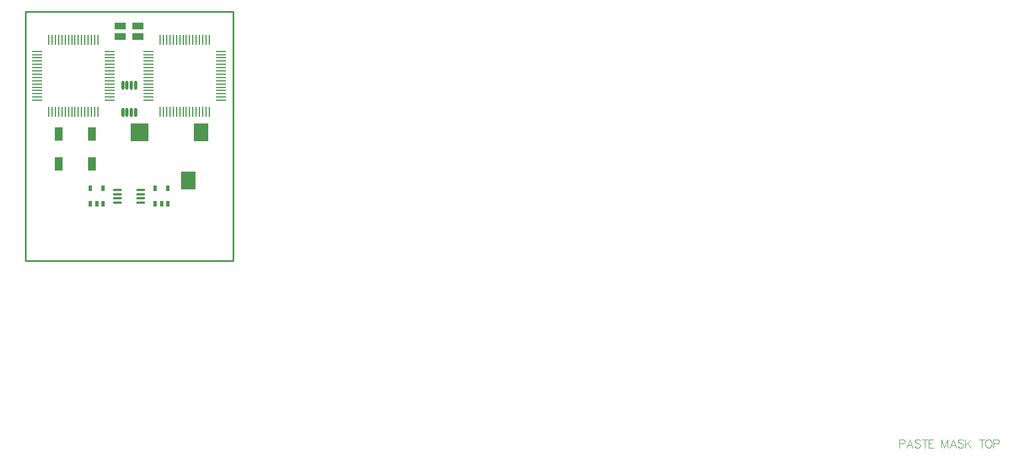
<source format=gtp>
%FSLAX25Y25*%
%MOIN*%
G70*
G01*
G75*
G04 Layer_Color=8421504*
%ADD10O,0.01772X0.05512*%
%ADD11R,0.05118X0.08268*%
%ADD12O,0.00984X0.06102*%
%ADD13O,0.06102X0.00984*%
%ADD14R,0.08661X0.11024*%
%ADD15R,0.11024X0.11024*%
%ADD16R,0.02362X0.03740*%
%ADD17O,0.05512X0.01378*%
%ADD18R,0.06693X0.04134*%
%ADD19C,0.03500*%
%ADD20C,0.02000*%
%ADD21C,0.01200*%
%ADD22C,0.00800*%
%ADD23C,0.01500*%
%ADD24C,0.01400*%
%ADD25C,0.01000*%
%ADD26C,0.00492*%
%ADD27C,0.00787*%
%ADD28C,0.06693*%
%ADD29R,0.06200X0.06200*%
%ADD30C,0.02000*%
%ADD31C,0.00984*%
%ADD32C,0.00100*%
%ADD33C,0.00394*%
%ADD34C,0.02500*%
%ADD35R,0.03937X0.04331*%
%ADD36R,0.04331X0.03937*%
%ADD37R,0.06000X0.05000*%
%ADD38R,0.05000X0.06000*%
%ADD39R,0.07087X0.05512*%
%ADD40R,0.05906X0.05118*%
%ADD41R,0.06200X0.06200*%
%ADD42C,0.06200*%
%ADD43C,0.03000*%
%ADD44C,0.04000*%
%ADD45R,0.03700X0.17300*%
D10*
X66339Y105571D02*
D03*
X63780D02*
D03*
X61220D02*
D03*
X58661D02*
D03*
X66339Y89429D02*
D03*
X63780D02*
D03*
X61220D02*
D03*
X58661D02*
D03*
D11*
X20200Y58390D02*
D03*
X40200D02*
D03*
X20200Y76500D02*
D03*
X40200D02*
D03*
D12*
X43764Y133152D02*
D03*
X41795D02*
D03*
X39827D02*
D03*
X37858D02*
D03*
X35890D02*
D03*
X33921D02*
D03*
X31953D02*
D03*
X29984D02*
D03*
X28016D02*
D03*
X26047D02*
D03*
X24079D02*
D03*
X22110D02*
D03*
X20142D02*
D03*
X18173D02*
D03*
X16205D02*
D03*
X14236D02*
D03*
Y89648D02*
D03*
X16205D02*
D03*
X18173D02*
D03*
X20142D02*
D03*
X22110D02*
D03*
X24079D02*
D03*
X26047D02*
D03*
X28016D02*
D03*
X29984D02*
D03*
X31953D02*
D03*
X33921D02*
D03*
X35890D02*
D03*
X37858D02*
D03*
X39827D02*
D03*
X41795D02*
D03*
X43764D02*
D03*
X110764Y133152D02*
D03*
X108795D02*
D03*
X106827D02*
D03*
X104858D02*
D03*
X102890D02*
D03*
X100921D02*
D03*
X98953D02*
D03*
X96984D02*
D03*
X95016D02*
D03*
X93047D02*
D03*
X91079D02*
D03*
X89110D02*
D03*
X87142D02*
D03*
X85173D02*
D03*
X83205D02*
D03*
X81236D02*
D03*
Y89648D02*
D03*
X83205D02*
D03*
X85173D02*
D03*
X87142D02*
D03*
X89110D02*
D03*
X91079D02*
D03*
X93047D02*
D03*
X95016D02*
D03*
X96984D02*
D03*
X98953D02*
D03*
X100921D02*
D03*
X102890D02*
D03*
X104858D02*
D03*
X106827D02*
D03*
X108795D02*
D03*
X110764D02*
D03*
D13*
X7248Y126164D02*
D03*
Y124195D02*
D03*
Y122227D02*
D03*
Y120258D02*
D03*
Y118290D02*
D03*
Y116321D02*
D03*
Y114353D02*
D03*
Y112384D02*
D03*
Y110416D02*
D03*
Y108447D02*
D03*
Y106479D02*
D03*
Y104510D02*
D03*
Y102542D02*
D03*
Y100573D02*
D03*
Y98605D02*
D03*
Y96636D02*
D03*
X50752D02*
D03*
Y98605D02*
D03*
Y100573D02*
D03*
Y102542D02*
D03*
Y104510D02*
D03*
Y106479D02*
D03*
Y108447D02*
D03*
Y110416D02*
D03*
Y112384D02*
D03*
Y114353D02*
D03*
Y116321D02*
D03*
Y118290D02*
D03*
Y120258D02*
D03*
Y122227D02*
D03*
Y124195D02*
D03*
Y126164D02*
D03*
X74248D02*
D03*
Y124195D02*
D03*
Y122227D02*
D03*
Y120258D02*
D03*
Y118290D02*
D03*
Y116321D02*
D03*
Y114353D02*
D03*
Y112384D02*
D03*
Y110416D02*
D03*
Y108447D02*
D03*
Y106479D02*
D03*
Y104510D02*
D03*
Y102542D02*
D03*
Y100573D02*
D03*
Y98605D02*
D03*
Y96636D02*
D03*
X117752D02*
D03*
Y98605D02*
D03*
Y100573D02*
D03*
Y102542D02*
D03*
Y104510D02*
D03*
Y106479D02*
D03*
Y108447D02*
D03*
Y110416D02*
D03*
Y112384D02*
D03*
Y114353D02*
D03*
Y116321D02*
D03*
Y118290D02*
D03*
Y120258D02*
D03*
Y122227D02*
D03*
Y124195D02*
D03*
Y126164D02*
D03*
D14*
X105731Y77367D02*
D03*
X98250Y48233D02*
D03*
D15*
X68723Y77367D02*
D03*
D16*
X46740Y43626D02*
D03*
X39260D02*
D03*
X43000Y34374D02*
D03*
X39260D02*
D03*
X46740D02*
D03*
X85740Y43626D02*
D03*
X78260D02*
D03*
X82000Y34374D02*
D03*
X78260D02*
D03*
X85740D02*
D03*
D17*
X69537Y35061D02*
D03*
Y37620D02*
D03*
Y40180D02*
D03*
Y42739D02*
D03*
X55463Y35061D02*
D03*
Y37620D02*
D03*
Y40180D02*
D03*
Y42739D02*
D03*
D18*
X67815Y141448D02*
D03*
X57185D02*
D03*
X67815Y134952D02*
D03*
X57185D02*
D03*
D25*
X0Y0D02*
X125000D01*
X0Y150000D02*
X125000D01*
X0Y0D02*
Y150000D01*
X125000Y0D02*
Y150000D01*
D26*
X526172Y-110121D02*
X528281D01*
X528984Y-109887D01*
X529218Y-109652D01*
X529453Y-109184D01*
Y-108481D01*
X529218Y-108012D01*
X528984Y-107778D01*
X528281Y-107544D01*
X526172D01*
Y-112464D01*
X534303D02*
X532428Y-107544D01*
X530554Y-112464D01*
X531257Y-110824D02*
X533600D01*
X538731Y-108247D02*
X538262Y-107778D01*
X537559Y-107544D01*
X536622D01*
X535919Y-107778D01*
X535451Y-108247D01*
Y-108715D01*
X535685Y-109184D01*
X535919Y-109418D01*
X536388Y-109652D01*
X537793Y-110121D01*
X538262Y-110355D01*
X538496Y-110589D01*
X538731Y-111058D01*
Y-111761D01*
X538262Y-112230D01*
X537559Y-112464D01*
X536622D01*
X535919Y-112230D01*
X535451Y-111761D01*
X541472Y-107544D02*
Y-112464D01*
X539832Y-107544D02*
X543112D01*
X546744D02*
X543698D01*
Y-112464D01*
X546744D01*
X543698Y-109887D02*
X545572D01*
X551430Y-107544D02*
Y-112464D01*
Y-107544D02*
X553304Y-112464D01*
X555178Y-107544D02*
X553304Y-112464D01*
X555178Y-107544D02*
Y-112464D01*
X560333D02*
X558458Y-107544D01*
X556584Y-112464D01*
X557287Y-110824D02*
X559630D01*
X564761Y-108247D02*
X564292Y-107778D01*
X563589Y-107544D01*
X562652D01*
X561949Y-107778D01*
X561481Y-108247D01*
Y-108715D01*
X561715Y-109184D01*
X561949Y-109418D01*
X562418Y-109652D01*
X563824Y-110121D01*
X564292Y-110355D01*
X564527Y-110589D01*
X564761Y-111058D01*
Y-111761D01*
X564292Y-112230D01*
X563589Y-112464D01*
X562652D01*
X561949Y-112230D01*
X561481Y-111761D01*
X565862Y-107544D02*
Y-112464D01*
X569142Y-107544D02*
X565862Y-110824D01*
X567034Y-109652D02*
X569142Y-112464D01*
X575749Y-107544D02*
Y-112464D01*
X574109Y-107544D02*
X577389D01*
X579381D02*
X578912Y-107778D01*
X578444Y-108247D01*
X578209Y-108715D01*
X577975Y-109418D01*
Y-110589D01*
X578209Y-111292D01*
X578444Y-111761D01*
X578912Y-112230D01*
X579381Y-112464D01*
X580318D01*
X580787Y-112230D01*
X581255Y-111761D01*
X581490Y-111292D01*
X581724Y-110589D01*
Y-109418D01*
X581490Y-108715D01*
X581255Y-108247D01*
X580787Y-107778D01*
X580318Y-107544D01*
X579381D01*
X582872Y-110121D02*
X584981D01*
X585684Y-109887D01*
X585918Y-109652D01*
X586152Y-109184D01*
Y-108481D01*
X585918Y-108012D01*
X585684Y-107778D01*
X584981Y-107544D01*
X582872D01*
Y-112464D01*
M02*

</source>
